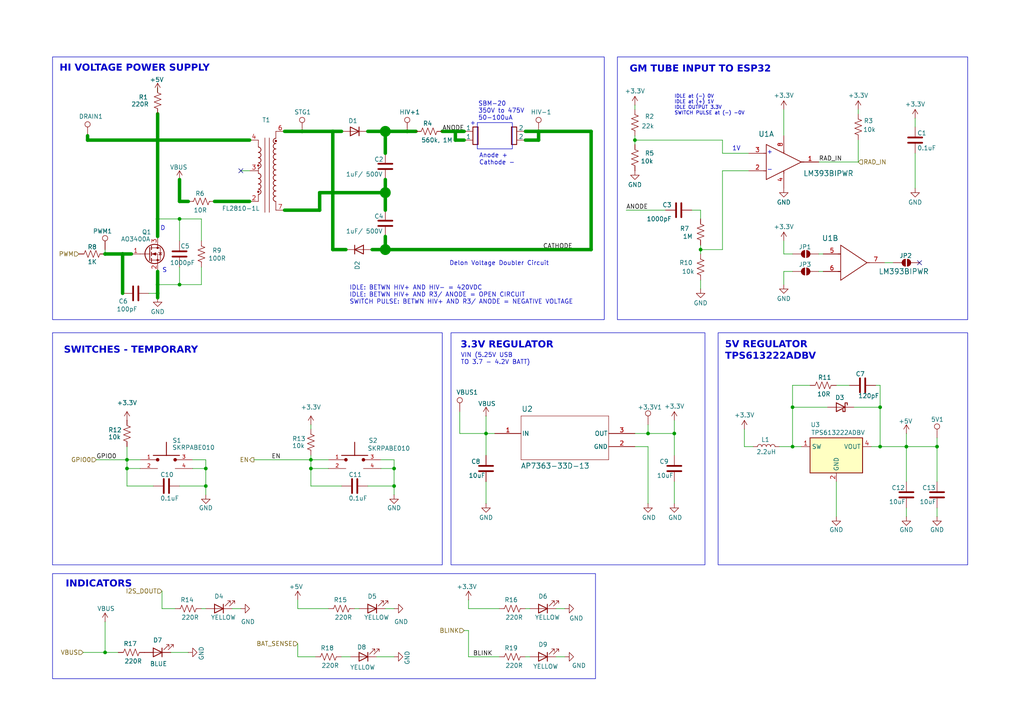
<source format=kicad_sch>
(kicad_sch (version 20250114) (generator "eeschema") (generator_version "9.0")
  (paper "A4")
  (rectangle (start 15.24 166.37) (end 172.72 196.85))
  (rectangle (start 138.43 35.56) (end 148.59 43.18))
  (rectangle (start 15.24 16.51) (end 175.26 92.71))
  (rectangle (start 208.28 96.52) (end 280.67 163.83))
  (rectangle (start 179.07 16.51) (end 280.67 92.71))
  (rectangle (start 130.81 96.52) (end 204.47 163.83))
  (rectangle (start 301.752 32.512) (end 365.252 48.768))
  (text "5V REGULATOR\nTPS613222ADBV" (at 210.312 105.156 0) (effects (font (size 2 2) (thickness 0.4064) (bold yes)) (justify left bottom)))
  (text "GM TUBE INPUT TO ESP32" (at 182.626 21.844 0) (effects (font (size 2 2) (thickness 0.4064) (bold yes)) (justify left bottom)))
  (text "INDICATORS" (at 19.05 171.196 0) (effects (font (size 2 2) (thickness 0.4064) (bold yes)) (justify left bottom)))
  (text "-" (at 223.266 49.276 0) (effects (font (size 1.27 1.27))))
  (text "+" (at 137.16 35.814 0) (effects (font (size 1.27 1.27))))
  (text "HI VOLTAGE POWER SUPPLY" (at 17.272 21.59 0) (effects (font (size 2 2) (thickness 0.4064) (bold yes)) (justify left bottom)))
  (text "If the voltage at the inverting terminal (-) is \ngreater than the voltage at the noninverting terminal (+), \nthen the output of the op amp will be drawn down to ground, \nallowing electricity to flow from VCC to ground, turning on the output device. \n\nIf the voltage at the inverting terminal (-) is less than at the noninverting terminal (+), \nthen the output of the op amp stays at VCC allowing no electricity to flow, \nsince there is no electric potential difference across the output device.\n\n" (at 302.768 20.574 0) (effects (font (size 1.27 1.27)) (justify left)))
  (text "S" (at 47.752 78.486 0) (effects (font (size 1.27 1.27))))
  (text "Delon Voltage Doubler Circuit" (at 144.78 76.454 0) (effects (font (size 1.27 1.27))))
  (text "From SBM-20 datasheet\n-Typical current per pulse: ~100 µA.\n-Plateau slope: ~0.1% per volt (small deviations mean the \nresistor can adjust the voltage across the tube effectively).\n-Power Dissipation: The resistor must handle the continuous\ncurrent and occasional pulses:\nP=I^2⋅R\n" (at 303.53 40.64 0) (effects (font (size 1.27 1.27)) (justify left)))
  (text "1V" (at 212.344 43.18 0) (effects (font (size 1.27 1.27)) (justify left)))
  (text "VIN (5.25V USB \nTO 3.7 - 4.2V BATT)" (at 133.604 104.14 0) (effects (font (size 1.27 1.27)) (justify left)))
  (text "3.3V REGULATOR" (at 133.604 101.854 0) (effects (font (size 2 2) (thickness 0.4064) (bold yes)) (justify left bottom)))
  (text "SWITCHES - TEMPORARY" (at 18.542 103.378 0) (effects (font (size 2 2) (thickness 1.016) (bold yes)) (justify left bottom)))
  (text "Anode +\nCathode -" (at 138.938 46.228 0) (effects (font (size 1.27 1.27)) (justify left)))
  (text "SBM-20\n350V to 475V\n50-100uA" (at 138.684 32.258 0) (effects (font (size 1.27 1.27)) (justify left)))
  (text "IDLE at (-) 0V\nIDLE at (+) 1V\nIDLE OUTPUT 3.3V\nSWITCH PULSE at (-) -0V" (at 195.58 30.48 0) (effects (font (size 1 1)) (justify left)))
  (text "IDLE: BETWN HIV+ AND HIV- = 420VDC\nIDLE: BETWN HIV+ AND R3/ ANODE = OPEN CIRCUIT\nSWITCH PULSE: BETWN HIV+ AND R3/ ANODE = NEGATIVE VOLTAGE " (at 101.346 85.598 0) (effects (font (size 1.27 1.27)) (justify left)))
  (text "+" (at 223.266 44.196 0) (effects (font (size 1.27 1.27))))
  (text "D" (at 47.244 66.294 0) (effects (font (size 1.27 1.27))))
  (junction (at 45.72 40.64) (diameter 1))
  (junction (at 59.69 140.97))
  (junction (at 36.83 135.89))
  (junction (at 156.21 38.1))
  (junction (at 229.87 129.54))
  (junction (at 30.48 73.66))
  (junction (at 90.17 135.89))
  (junction (at 30.48 189.23))
  (junction (at 114.3 140.97))
  (junction (at 271.78 129.54))
  (junction (at 118.11 38.1))
  (junction (at 45.72 85.09))
  (junction (at 262.89 129.54))
  (junction (at 140.97 125.73))
  (junction (at 255.27 118.11))
  (junction (at 203.2 72.39))
  (junction (at 111.76 55.88) (diameter 3))
  (junction (at 35.56 73.66))
  (junction (at 45.72 82.55))
  (junction (at 52.07 82.55))
  (junction (at 36.83 133.35))
  (junction (at 132.08 38.1))
  (junction (at 111.76 72.39) (diameter 3))
  (junction (at 187.96 125.73))
  (junction (at 87.63 38.1))
  (junction (at 229.87 118.11))
  (junction (at 90.17 133.35))
  (junction (at 45.72 63.5))
  (junction (at 195.58 125.73))
  (junction (at 114.3 135.89))
  (junction (at 111.76 38.1) (diameter 3))
  (junction (at 59.69 135.89))
  (junction (at 96.52 38.1))
  (junction (at 255.27 129.54))
  (junction (at 52.07 63.5))
  (junction (at 184.15 40.64))
  (no_connect (at 69.85 49.53))
  (no_connect (at 266.7 76.2))
  (wire (pts (xy 161.29 176.53) (xy 163.83 176.53)))
  (wire (pts (xy 86.36 190.5) (xy 91.44 190.5)))
  (wire (pts (xy 52.07 52.07) (xy 52.07 58.42)) (stroke (width 1)))
  (wire (pts (xy 58.42 63.5) (xy 58.42 69.85)))
  (wire (pts (xy 69.85 49.53) (xy 72.39 49.53)))
  (wire (pts (xy 36.83 133.35) (xy 36.83 135.89)))
  (polyline (pts (xy 15.24 96.52) (xy 128.27 96.52)))
  (wire (pts (xy 45.72 25.4) (xy 45.72 26.67)))
  (wire (pts (xy 237.49 46.99) (xy 248.92 46.99)))
  (wire (pts (xy 30.48 72.39) (xy 30.48 73.66)))
  (wire (pts (xy 184.15 30.48) (xy 184.15 31.75)))
  (wire (pts (xy 55.88 135.89) (xy 59.69 135.89)))
  (wire (pts (xy 96.52 38.1) (xy 96.52 72.39)) (stroke (width 1)))
  (wire (pts (xy 184.15 125.73) (xy 187.96 125.73)))
  (wire (pts (xy 152.4 40.64) (xy 156.21 40.64)) (stroke (width 1)))
  (wire (pts (xy 36.83 135.89) (xy 36.83 140.97)))
  (wire (pts (xy 152.4 176.53) (xy 153.67 176.53)))
  (wire (pts (xy 86.36 186.69) (xy 86.36 190.5)))
  (wire (pts (xy 184.15 39.37) (xy 184.15 40.64)))
  (wire (pts (xy 52.07 82.55) (xy 45.72 82.55)))
  (wire (pts (xy 111.76 68.58) (xy 111.76 72.39)) (stroke (width 1)))
  (wire (pts (xy 255.27 129.54) (xy 262.89 129.54)))
  (wire (pts (xy 52.07 63.5) (xy 45.72 63.5)))
  (wire (pts (xy 227.33 78.74) (xy 227.33 82.55)))
  (wire (pts (xy 114.3 133.35) (xy 110.49 133.35)))
  (wire (pts (xy 52.07 77.47) (xy 52.07 82.55)))
  (wire (pts (xy 114.3 135.89) (xy 114.3 140.97)))
  (wire (pts (xy 90.17 133.35) (xy 90.17 135.89)))
  (wire (pts (xy 86.36 173.99) (xy 86.36 176.53)))
  (wire (pts (xy 45.72 85.09) (xy 45.72 82.55)))
  (wire (pts (xy 111.76 55.88) (xy 111.76 60.96)) (stroke (width 1)))
  (wire (pts (xy 92.71 55.88) (xy 111.76 55.88)) (stroke (width 1)))
  (wire (pts (xy 59.69 135.89) (xy 59.69 140.97)))
  (wire (pts (xy 248.92 40.64) (xy 248.92 46.99)))
  (wire (pts (xy 254 111.76) (xy 255.27 111.76)))
  (wire (pts (xy 140.97 120.65) (xy 140.97 125.73)))
  (wire (pts (xy 59.69 140.97) (xy 59.69 143.51)))
  (wire (pts (xy 24.13 189.23) (xy 30.48 189.23)))
  (wire (pts (xy 36.83 129.54) (xy 36.83 133.35)))
  (wire (pts (xy 90.17 132.08) (xy 90.17 133.35)))
  (wire (pts (xy 46.99 171.45) (xy 46.99 176.53)))
  (wire (pts (xy 247.65 118.11) (xy 255.27 118.11)))
  (wire (pts (xy 111.76 44.45) (xy 111.76 38.1)) (stroke (width 1)))
  (wire (pts (xy 111.76 38.1) (xy 118.11 38.1)) (stroke (width 1)))
  (wire (pts (xy 46.99 176.53) (xy 50.8 176.53)))
  (wire (pts (xy 265.43 34.29) (xy 265.43 36.83)))
  (wire (pts (xy 128.27 38.1) (xy 132.08 38.1)) (stroke (width 1)))
  (wire (pts (xy 43.18 85.09) (xy 45.72 85.09)))
  (wire (pts (xy 45.72 33.02) (xy 45.72 40.64)) (stroke (width 1)))
  (wire (pts (xy 135.89 176.53) (xy 144.78 176.53)))
  (wire (pts (xy 242.57 111.76) (xy 246.38 111.76)))
  (wire (pts (xy 237.49 78.74) (xy 238.76 78.74)))
  (wire (pts (xy 90.17 140.97) (xy 90.17 135.89)))
  (wire (pts (xy 25.4 40.64) (xy 45.72 40.64)) (stroke (width 1)))
  (wire (pts (xy 262.89 129.54) (xy 271.78 129.54)))
  (wire (pts (xy 96.52 38.1) (xy 99.06 38.1)) (stroke (width 1)))
  (wire (pts (xy 132.08 40.64) (xy 132.08 38.1)) (stroke (width 1)))
  (wire (pts (xy 203.2 81.28) (xy 203.2 83.82)))
  (wire (pts (xy 209.55 44.45) (xy 217.17 44.45)))
  (wire (pts (xy 140.97 125.73) (xy 133.35 125.73)))
  (wire (pts (xy 262.89 129.54) (xy 262.89 125.73)))
  (wire (pts (xy 134.62 40.64) (xy 132.08 40.64)) (stroke (width 1)))
  (wire (pts (xy 106.68 140.97) (xy 114.3 140.97)))
  (wire (pts (xy 195.58 125.73) (xy 195.58 132.08)))
  (wire (pts (xy 52.07 63.5) (xy 58.42 63.5)))
  (wire (pts (xy 90.17 135.89) (xy 95.25 135.89)))
  (wire (pts (xy 209.55 40.64) (xy 209.55 44.45)))
  (wire (pts (xy 87.63 38.1) (xy 96.52 38.1)) (stroke (width 1)))
  (wire (pts (xy 82.55 38.1) (xy 87.63 38.1)) (stroke (width 1)))
  (wire (pts (xy 217.17 49.53) (xy 209.55 49.53)))
  (wire (pts (xy 132.08 38.1) (xy 134.62 38.1)) (stroke (width 1)))
  (wire (pts (xy 200.66 60.96) (xy 203.2 60.96)))
  (wire (pts (xy 55.88 133.35) (xy 59.69 133.35)))
  (polyline (pts (xy 128.27 163.83) (xy 128.27 96.52)))
  (wire (pts (xy 187.96 123.19) (xy 187.96 125.73)))
  (wire (pts (xy 187.96 125.73) (xy 195.58 125.73)))
  (wire (pts (xy 140.97 125.73) (xy 140.97 132.08)))
  (polyline (pts (xy 15.24 96.52) (xy 15.24 163.83)))
  (wire (pts (xy 252.73 129.54) (xy 255.27 129.54)))
  (wire (pts (xy 67.31 176.53) (xy 69.85 176.53)))
  (wire (pts (xy 36.83 133.35) (xy 40.64 133.35)))
  (wire (pts (xy 229.87 111.76) (xy 229.87 118.11)))
  (wire (pts (xy 229.87 118.11) (xy 240.03 118.11)))
  (wire (pts (xy 209.55 49.53) (xy 209.55 72.39)))
  (wire (pts (xy 203.2 60.96) (xy 203.2 63.5)))
  (wire (pts (xy 255.27 118.11) (xy 255.27 129.54)))
  (wire (pts (xy 35.56 85.09) (xy 35.56 73.66)) (stroke (width 1)))
  (wire (pts (xy 237.49 73.66) (xy 238.76 73.66)))
  (wire (pts (xy 45.72 78.74) (xy 45.72 82.55)) (stroke (width 1)))
  (wire (pts (xy 92.71 60.96) (xy 82.55 60.96)) (stroke (width 1)))
  (wire (pts (xy 227.33 73.66) (xy 227.33 69.85)))
  (wire (pts (xy 209.55 72.39) (xy 203.2 72.39)))
  (wire (pts (xy 195.58 121.92) (xy 195.58 125.73)))
  (wire (pts (xy 36.83 140.97) (xy 44.45 140.97)))
  (wire (pts (xy 110.49 135.89) (xy 114.3 135.89)))
  (wire (pts (xy 45.72 63.5) (xy 45.72 68.58)) (stroke (width 1)))
  (wire (pts (xy 49.53 189.23) (xy 54.61 189.23)))
  (wire (pts (xy 248.92 31.75) (xy 248.92 33.02)))
  (wire (pts (xy 187.96 129.54) (xy 187.96 146.05)))
  (wire (pts (xy 99.06 140.97) (xy 90.17 140.97)))
  (wire (pts (xy 203.2 72.39) (xy 203.2 73.66)))
  (wire (pts (xy 271.78 127) (xy 271.78 129.54)))
  (wire (pts (xy 171.45 38.1) (xy 171.45 72.39)) (stroke (width 1)))
  (wire (pts (xy 135.89 182.88) (xy 134.62 182.88)))
  (wire (pts (xy 184.15 40.64) (xy 184.15 41.91)))
  (wire (pts (xy 135.89 190.5) (xy 144.78 190.5)))
  (wire (pts (xy 156.21 40.64) (xy 156.21 38.1)) (stroke (width 1)))
  (wire (pts (xy 30.48 189.23) (xy 34.29 189.23)))
  (wire (pts (xy 25.4 40.64) (xy 25.4 39.37)) (stroke (width 1)))
  (wire (pts (xy 52.07 140.97) (xy 59.69 140.97)))
  (wire (pts (xy 100.33 72.39) (xy 96.52 72.39)) (stroke (width 1)))
  (wire (pts (xy 36.83 135.89) (xy 40.64 135.89)))
  (wire (pts (xy 227.33 78.74) (xy 229.87 78.74)))
  (wire (pts (xy 152.4 190.5) (xy 153.67 190.5)))
  (wire (pts (xy 114.3 140.97) (xy 114.3 143.51)))
  (wire (pts (xy 106.68 38.1) (xy 111.76 38.1)) (stroke (width 1)))
  (wire (pts (xy 30.48 180.34) (xy 30.48 189.23)))
  (wire (pts (xy 135.89 173.99) (xy 135.89 176.53)))
  (wire (pts (xy 27.94 133.35) (xy 36.83 133.35)))
  (wire (pts (xy 262.89 129.54) (xy 262.89 139.7)))
  (wire (pts (xy 135.89 182.88) (xy 135.89 190.5)))
  (wire (pts (xy 58.42 176.53) (xy 59.69 176.53)))
  (wire (pts (xy 58.42 82.55) (xy 52.07 82.55)))
  (wire (pts (xy 140.97 125.73) (xy 143.51 125.73)))
  (wire (pts (xy 59.69 133.35) (xy 59.69 135.89)))
  (wire (pts (xy 45.72 82.55) (xy 45.72 85.09)) (stroke (width 1)))
  (wire (pts (xy 111.76 72.39) (xy 107.95 72.39)) (stroke (width 1)))
  (wire (pts (xy 45.72 40.64) (xy 45.72 63.5)) (stroke (width 1)))
  (wire (pts (xy 102.87 176.53) (xy 104.14 176.53)))
  (wire (pts (xy 58.42 77.47) (xy 58.42 82.55)))
  (wire (pts (xy 242.57 139.7) (xy 242.57 149.86)))
  (wire (pts (xy 203.2 71.12) (xy 203.2 72.39)))
  (wire (pts (xy 118.11 38.1) (xy 120.65 38.1)) (stroke (width 1)))
  (wire (pts (xy 229.87 118.11) (xy 229.87 129.54)))
  (wire (pts (xy 215.9 124.46) (xy 215.9 129.54)))
  (wire (pts (xy 156.21 38.1) (xy 171.45 38.1)) (stroke (width 1)))
  (wire (pts (xy 62.23 58.42) (xy 72.39 58.42)) (stroke (width 1)))
  (wire (pts (xy 255.27 111.76) (xy 255.27 118.11)))
  (wire (pts (xy 140.97 139.7) (xy 140.97 146.05)))
  (wire (pts (xy 114.3 135.89) (xy 114.3 133.35)))
  (wire (pts (xy 111.76 72.39) (xy 171.45 72.39)) (stroke (width 1)))
  (wire (pts (xy 184.15 129.54) (xy 187.96 129.54)))
  (wire (pts (xy 90.17 123.19) (xy 90.17 124.46)))
  (wire (pts (xy 271.78 129.54) (xy 271.78 139.7)))
  (wire (pts (xy 111.76 176.53) (xy 114.3 176.53)))
  (wire (pts (xy 229.87 129.54) (xy 232.41 129.54)))
  (wire (pts (xy 262.89 147.32) (xy 262.89 149.86)))
  (wire (pts (xy 195.58 139.7) (xy 195.58 146.05)))
  (wire (pts (xy 99.06 190.5) (xy 101.6 190.5)))
  (wire (pts (xy 86.36 176.53) (xy 95.25 176.53)))
  (wire (pts (xy 256.54 76.2) (xy 259.08 76.2)))
  (wire (pts (xy 111.76 52.07) (xy 111.76 55.88)) (stroke (width 1)))
  (wire (pts (xy 229.87 111.76) (xy 234.95 111.76)))
  (wire (pts (xy 271.78 147.32) (xy 271.78 149.86)))
  (wire (pts (xy 35.56 73.66) (xy 38.1 73.66)) (stroke (width 1)))
  (wire (pts (xy 109.22 190.5) (xy 114.3 190.5)))
  (polyline (pts (xy 15.24 163.83) (xy 128.27 163.83)))
  (wire (pts (xy 52.07 63.5) (xy 52.07 69.85)))
  (wire (pts (xy 181.61 60.96) (xy 193.04 60.96)))
  (wire (pts (xy 227.33 31.75) (xy 227.33 39.37)))
  (wire (pts (xy 226.06 129.54) (xy 229.87 129.54)))
  (wire (pts (xy 45.72 40.64) (xy 72.39 40.64)) (stroke (width 1)))
  (wire (pts (xy 184.15 40.64) (xy 209.55 40.64)))
  (wire (pts (xy 229.87 73.66) (xy 227.33 73.66)))
  (wire (pts (xy 92.71 55.88) (xy 92.71 60.96)) (stroke (width 1)))
  (wire (pts (xy 45.72 85.09) (xy 45.72 86.36)) (stroke (width 1)))
  (wire (pts (xy 133.35 125.73) (xy 133.35 119.38)))
  (wire (pts (xy 161.29 190.5) (xy 163.83 190.5)))
  (wire (pts (xy 265.43 44.45) (xy 265.43 54.61)))
  (wire (pts (xy 152.4 38.1) (xy 156.21 38.1)) (stroke (width 1)))
  (wire (pts (xy 52.07 58.42) (xy 54.61 58.42)) (stroke (width 1)))
  (wire (pts (xy 215.9 129.54) (xy 218.44 129.54)))
  (wire (pts (xy 73.66 133.35) (xy 90.17 133.35)))
  (wire (pts (xy 90.17 133.35) (xy 95.25 133.35)))
  (wire (pts (xy 30.48 73.66) (xy 35.56 73.66)) (stroke (width 1)))
  (label "ANODE" (at 128.27 38.1 0))
  (label "ANODE" (at 181.61 60.96 0))
  (label "GPIO0" (at 27.94 133.35 0))
  (label "BLINK" (at 137.16 190.5 0))
  (label "EN" (at 78.74 133.35 0))
  (label "RAD_IN" (at 237.49 46.99 0))
  (label "CATHODE" (at 157.48 72.39 0))
  (hierarchical_label "BAT_SENSE" (shape input) (at 86.36 186.69 180))
  (hierarchical_label "PWM" (shape input) (at 22.86 73.66 180))
  (hierarchical_label "GPIO0" (shape input) (at 27.94 133.35 180))
  (hierarchical_label "BLINK" (shape input) (at 134.62 182.88 180))
  (hierarchical_label "I2S_DOUT" (shape input) (at 46.99 171.45 180))
  (hierarchical_label "RAD_IN" (shape input) (at 248.92 46.99 0))
  (hierarchical_label "EN" (shape output) (at 73.66 133.35 180))
  (hierarchical_label "VBUS" (shape input) (at 24.13 189.23 180))
  (symbol (lib_id "Jumper:SolderJumper_2_Open") (at 233.68 73.66 180) (unit 1)
    (property "Reference" "JP1" (at 231.648 71.628 0) (effects (justify right)))
    (property "Value" "SolderJumper_2_Open" (effects (hide yes)))
    (property "Footprint" "Jumper:SolderJumper-2_P1.3mm_Open_RoundedPad1.0x1.5mm" (effects (hide yes)))
    (property "Description" "Solder Jumper, 2-pole, open" (effects (hide yes)))
  )
  (symbol (lib_name "C_2") (lib_id "Device:C") (at 111.76 64.77 180) (unit 1)
    (property "Reference" "C4" (at 111.252 62.738 0) (effects (justify left)))
    (property "Value" "1uF/ 500V" (at 110.998 67.056 0) (effects (justify left)))
    (property "Footprint" "Capacitor_SMD:C_2220_5750Metric" (effects (hide yes)))
    (property "Description" "Polarized capacitor" (effects (hide yes)))
    (property "MPN" "CHV2220N500105KXT" (effects (hide yes)))
  )
  (symbol (lib_name "C_3") (lib_id "Device:C") (at 39.37 85.09 90) (unit 1)
    (property "Reference" "C6" (at 37.084 87.376 90) (effects (justify left)))
    (property "Value" "100pF" (at 39.878 89.662 90) (effects (justify left)))
    (property "Footprint" "Capacitor_SMD:C_0805_2012Metric" (effects (hide yes)))
    (property "Description" "Unpolarized capacitor" (effects (hide yes)))
    (property "MPN" "C0805C101J5GACTU" (effects (hide yes)))
    (property "ALT MPN" "C0805C471K5RACTU" (effects (hide yes)))
  )
  (symbol (lib_name "LM393BIPWR_1") (lib_id "LM393BIPWR:LM393BIPWR") (at 238.76 73.66 0) (unit 2)
    (property "Reference" "U1" (at 240.792 69.088 0) (effects (font (size 1.524 1.524))))
    (property "Value" "LM393BIPWR" (at 262.128 78.74 0) (effects (font (size 1.524 1.524))))
    (property "Footprint" "LM393BIPWR:PW0008A-MFG" (effects (hide yes)))
    (property "Datasheet" "LM393BIPWR" (effects (hide yes)))
  )
  (symbol (lib_id "power:GND") (at 54.61 189.23 90) (unit 1)
    (property "Reference" "#PWR034" (effects (hide yes)))
    (property "Value" "GND" (at 58.42 187.452 0) (effects (justify right)))
  )
  (symbol (lib_id "Device:C") (at 102.87 140.97 270) (unit 1)
    (property "Reference" "C11" (at 101.092 137.668 90) (effects (justify left)))
    (property "Value" "0.1uF" (at 101.092 144.526 90) (effects (justify left)))
    (property "Footprint" "Capacitor_SMD:C_0805_2012Metric" (effects (hide yes)))
    (property "Datasheet" "https://www.digikey.com/en/products/detail/yageo/CC0805KRX7R9BB104/302874" (effects (hide yes)))
    (property "Description" "Unpolarized capacitor" (effects (hide yes)))
    (property "MPN" "CC0805KRX7R9BB104" (effects (hide yes)))
  )
  (symbol (lib_id "Device:C") (at 265.43 40.64 180) (unit 1)
    (property "Reference" "C1" (at 268.732 38.608 0) (effects (justify left)))
    (property "Value" "0.1uF" (at 271.526 42.926 0) (effects (justify left)))
    (property "Footprint" "Capacitor_SMD:C_0805_2012Metric" (effects (hide yes)))
    (property "Datasheet" "https://www.digikey.com/en/products/detail/yageo/CC0805KRX7R9BB104/302874" (effects (hide yes)))
    (property "Description" "Unpolarized capacitor" (effects (hide yes)))
    (property "MPN" "CC0805KRX7R9BB104" (effects (hide yes)))
  )
  (symbol (lib_id "Device:R_US") (at 26.67 73.66 270) (unit 1)
    (property "Reference" "R8" (at 25.4 71.628 90) (effects (justify left)))
    (property "Value" "1K" (at 25.4 75.946 90) (effects (justify left)))
    (property "Footprint" "Resistor_SMD:R_0805_2012Metric" (effects (hide yes)))
    (property "Description" "Resistor, US symbol" (effects (hide yes)))
    (property "MPN" "RNCP0805FTD1K00" (effects (hide yes)))
  )
  (symbol (lib_id "power:GND") (at 69.85 176.53 90) (unit 1)
    (property "Reference" "#PWR030" (effects (hide yes)))
    (property "Value" "GND" (at 69.85 180.34 90) (effects (justify right)))
  )
  (symbol (lib_id "power:GND") (at 187.96 146.05 0) (unit 1)
    (property "Reference" "#PWR023" (effects (hide yes)))
    (property "Value" "GND" (at 188.214 150.114 0))
  )
  (symbol (lib_id "power:+3.3V") (at 90.17 123.19 0) (unit 1)
    (property "Reference" "#PWR017" (effects (hide yes)))
    (property "Value" "+3.3V" (at 90.17 118.11 0))
    (property "Description" "Power symbol creates a global label with name \"+3.3V\"" (effects (hide yes)))
  )
  (symbol (lib_id "power:GND") (at 59.69 143.51 0) (unit 1)
    (property "Reference" "#PWR020" (effects (hide yes)))
    (property "Value" "GND" (at 59.69 147.32 0))
  )
  (symbol (lib_id "Device:R_US") (at 124.46 38.1 270) (unit 1)
    (property "Reference" "R4" (at 122.682 35.814 90) (effects (justify left)))
    (property "Value" "560k, 1M" (at 122.174 40.64 90) (effects (justify left)))
    (property "Footprint" "Resistor_SMD:R_2512_6332Metric" (effects (hide yes)))
    (property "Description" "Resistor, US symbol" (effects (hide yes)))
    (property "MPN" "CRGP2512F560K" (effects (hide yes)))
    (property "ALT MPN" "CRGP2512F1M0 " (effects (hide yes)))
  )
  (symbol (lib_id "Device:R_US") (at 58.42 58.42 270) (unit 1)
    (property "Reference" "R6" (at 56.642 56.134 90) (effects (justify left)))
    (property "Value" "10R" (at 56.134 60.96 90) (effects (justify left)))
    (property "Footprint" "Resistor_SMD:R_2512_6332Metric" (effects (hide yes)))
    (property "Description" "Resistor, US symbol" (effects (hide yes)))
    (property "MPN" "352210RJT" (effects (hide yes)))
  )
  (symbol (lib_id "Device:R_US") (at 90.17 128.27 180) (unit 1)
    (property "Reference" "R13" (at 88.646 127.254 0) (effects (justify left)))
    (property "Value" "10k" (at 88.392 129.286 0) (effects (justify left)))
    (property "Footprint" "Resistor_SMD:R_0805_2012Metric" (effects (hide yes)))
    (property "Description" "Resistor, US symbol" (effects (hide yes)))
    (property "MPN" "RMCF0805FT10K0" (effects (hide yes)))
  )
  (symbol (lib_id "Device:C") (at 195.58 135.89 0) (unit 1)
    (property "Reference" "C9" (at 191.262 133.858 0) (effects (justify left)))
    (property "Value" "10uF" (at 190.5 137.922 0) (effects (justify left)))
    (property "Footprint" "Capacitor_SMD:C_0805_2012Metric" (effects (hide yes)))
    (property "Description" "Unpolarized capacitor" (effects (hide yes)))
    (property "MPN" "CL21B106KPQNNNE" (effects (hide yes)))
  )
  (symbol (lib_id "power:+3.3V") (at 248.92 31.75 0) (unit 1)
    (property "Reference" "#PWR04" (effects (hide yes)))
    (property "Value" "+3.3V" (at 248.92 27.686 0))
    (property "Description" "Power symbol creates a global label with name \"+3.3V\"" (effects (hide yes)))
  )
  (symbol (lib_id "power:GND") (at 114.3 190.5 90) (unit 1)
    (property "Reference" "#PWR035" (effects (hide yes)))
    (property "Value" "GND" (at 118.11 188.722 0) (effects (justify right)))
  )
  (symbol (lib_id "Device:LED") (at 157.48 190.5 180) (unit 1)
    (property "Reference" "D9" (at 157.48 186.944 0))
    (property "Value" "YELLOW" (at 158.242 193.294 0))
    (property "Footprint" "LED_SMD:LED_0805_2012Metric" (effects (hide yes)))
    (property "MPN" "150080YS75000" (effects (hide yes)))
  )
  (symbol (lib_id "SKRPABE010:SKRPABE010") (at 102.87 133.35 0) (unit 1)
    (property "Reference" "S2" (at 108.204 127.762 0))
    (property "Value" "SKRPABE010" (at 112.776 130.048 0))
    (property "Footprint" "SKRPABE010:SW_SKRPABE010" (effects (hide yes)))
    (property "STANDARD" "Manufacturer Recommendations" (effects (hide yes)))
    (property "MAXIMUM_PACKAGE_HEIGHT" "2.5 mm" (effects (hide yes)))
    (property "MANUFACTURER" "Alps" (effects (hide yes)))
    (property "MPN" "SKRPABE010" (effects (hide yes)))
  )
  (symbol (lib_id "Regulator_Switching:TPS613222ADBV") (at 242.57 132.08 0) (unit 1)
    (property "Reference" "U3" (at 236.474 123.19 0))
    (property "Value" "TPS613222ADBV" (at 243.078 125.476 0))
    (property "Footprint" "Package_TO_SOT_SMD:SOT-23-5" (effects (hide yes)))
    (property "Datasheet" "http://www.ti.com/lit/ds/symlink/tps61322.pdf" (effects (hide yes)))
    (property "Description" "1.8A Step-Up Converter, 5V Output Voltage, 0.9-5.5V Input Voltage, SOT-23-5" (effects (hide yes)))
    (property "MPN" "TPS613222ADBV" (effects (hide yes)))
  )
  (symbol (lib_id "power:+3.3V") (at 215.9 124.46 0) (unit 1)
    (property "Reference" "#PWR018" (effects (hide yes)))
    (property "Value" "+3.3V" (at 215.9 120.396 0))
    (property "Description" "Power symbol creates a global label with name \"+3.3V\"" (effects (hide yes)))
  )
  (symbol (lib_id "Device:C") (at 271.78 143.51 0) (unit 1)
    (property "Reference" "C13" (at 267.462 141.478 0) (effects (justify left)))
    (property "Value" "10uF" (at 266.7 145.542 0) (effects (justify left)))
    (property "Footprint" "Capacitor_SMD:C_0805_2012Metric" (effects (hide yes)))
    (property "Description" "Unpolarized capacitor" (effects (hide yes)))
    (property "MPN" "CL21B106KPQNNNE" (effects (hide yes)))
  )
  (symbol (lib_id "power:+3.3V") (at 195.58 121.92 0) (unit 1)
    (property "Reference" "#PWR016" (effects (hide yes)))
    (property "Value" "+3.3V" (at 195.58 117.856 0))
    (property "Description" "Power symbol creates a global label with name \"+3.3V\"" (effects (hide yes)))
  )
  (symbol (lib_id "Jumper:SolderJumper_2_Open") (at 262.89 76.2 180) (unit 1)
    (property "Reference" "JP2" (at 260.858 74.168 0) (effects (justify right)))
    (property "Value" "SolderJumper_2_Open" (effects (hide yes)))
    (property "Footprint" "Jumper:SolderJumper-2_P1.3mm_Open_RoundedPad1.0x1.5mm" (effects (hide yes)))
    (property "Description" "Solder Jumper, 2-pole, open" (effects (hide yes)))
  )
  (symbol (lib_id "Device:R_US") (at 45.72 29.21 180) (unit 1)
    (property "Reference" "R1" (at 42.926 28.194 0) (effects (justify left)))
    (property "Value" "220R" (at 43.18 30.226 0) (effects (justify left)))
    (property "Footprint" "Resistor_SMD:R_0805_2012Metric" (effects (hide yes)))
    (property "Description" "Resistor, US symbol" (effects (hide yes)))
    (property "MPN" "RK73B2ATTD221J" (effects (hide yes)))
  )
  (symbol (lib_id "Connector:TestPoint") (at 118.11 38.1 0) (unit 1)
    (property "Reference" "HIV+1" (at 115.824 32.512 0) (effects (justify left)))
    (property "Value" "TestPoint" (effects (hide yes)))
    (property "Footprint" "Connector_Pin:Pin_D1.0mm_L10.0mm" (effects (hide yes)))
    (property "Description" "test point" (effects (hide yes)))
  )
  (symbol (lib_id "Connector:TestPoint") (at 30.48 72.39 0) (unit 1)
    (property "Reference" "PWM1" (at 26.924 67.056 0) (effects (justify left)))
    (property "Value" "TestPoint" (effects (hide yes)))
    (property "Footprint" "Connector_Pin:Pin_D1.0mm_L10.0mm" (effects (hide yes)))
    (property "Description" "test point" (effects (hide yes)))
  )
  (symbol (lib_id "Device:C") (at 250.19 111.76 270) (unit 1)
    (property "Reference" "C7" (at 248.158 108.458 90) (effects (justify left)))
    (property "Value" "120pF" (at 248.92 114.808 90) (effects (justify left)))
    (property "Footprint" "Capacitor_SMD:C_0805_2012Metric" (effects (hide yes)))
    (property "Description" "Unpolarized capacitor" (effects (hide yes)))
    (property "MPN" "C0805C121J5GACTU" (effects (hide yes)))
  )
  (symbol (lib_id "Connector:TestPoint") (at 187.96 123.19 0) (unit 1)
    (property "Reference" "+3.3V1" (at 184.912 118.11 0) (effects (justify left)))
    (property "Value" "TestPoint" (effects (hide yes)))
    (property "Footprint" "Connector_Pin:Pin_D1.0mm_L10.0mm" (effects (hide yes)))
    (property "Description" "test point" (effects (hide yes)))
  )
  (symbol (lib_id "power:+3.3V") (at 184.15 30.48 0) (unit 1)
    (property "Reference" "#PWR02" (effects (hide yes)))
    (property "Value" "+3.3V" (at 184.15 26.416 0))
    (property "Description" "Power symbol creates a global label with name \"+3.3V\"" (effects (hide yes)))
  )
  (symbol (lib_id "power:GND") (at 242.57 149.86 0) (unit 1)
    (property "Reference" "#PWR025" (effects (hide yes)))
    (property "Value" "GND" (at 242.57 153.67 0))
  )
  (symbol (lib_id "Device:R_US") (at 203.2 67.31 180) (unit 1)
    (property "Reference" "R7" (at 199.898 66.294 0) (effects (justify left)))
    (property "Value" "1M" (at 200.914 68.58 0) (effects (justify left)))
    (property "Footprint" "Resistor_SMD:R_1210_3225Metric" (effects (hide yes)))
    (property "Description" "Resistor, US symbol" (effects (hide yes)))
    (property "MPN" "RC1210FR-071ML" (effects (hide yes)))
  )
  (symbol (lib_id "power:GND") (at 265.43 54.61 0) (unit 1)
    (property "Reference" "#PWR09" (effects (hide yes)))
    (property "Value" "GND" (at 265.43 58.674 0))
    (property "Description" "Power symbol creates a global label with name \"GND\" , ground" (effects (hide yes)))
  )
  (symbol (lib_id "Device:D") (at 102.87 38.1 180) (unit 1)
    (property "Reference" "D1" (at 102.362 35.052 0))
    (property "Value" "ES1H" (effects (hide yes)))
    (property "Footprint" "ES1H:DIOM4226X244N" (effects (hide yes)))
    (property "Description" "Diode" (effects (hide yes)))
    (property "MPN" "ES1H" (effects (hide yes)))
  )
  (symbol (lib_id "power:+5V") (at 30.48 180.34 0) (unit 1)
    (property "Reference" "#PWR033" (effects (hide yes)))
    (property "Value" "VBUS" (at 30.734 176.53 0))
  )
  (symbol (lib_id "Device:C") (at 262.89 143.51 0) (unit 1)
    (property "Reference" "C12" (at 258.572 141.478 0) (effects (justify left)))
    (property "Value" "10uF" (at 257.81 145.542 0) (effects (justify left)))
    (property "Footprint" "Capacitor_SMD:C_0805_2012Metric" (effects (hide yes)))
    (property "Description" "Unpolarized capacitor" (effects (hide yes)))
    (property "MPN" "CL21B106KPQNNNE" (effects (hide yes)))
  )
  (symbol (lib_id "Device:R_US") (at 99.06 176.53 270) (unit 1)
    (property "Reference" "R15" (at 96.774 173.99 90) (effects (justify left)))
    (property "Value" "220R" (at 97.028 179.07 90) (effects (justify left)))
    (property "Footprint" "Resistor_SMD:R_0805_2012Metric" (effects (hide yes)))
    (property "MPN" "RK73B2ATTD221J" (effects (hide yes)))
  )
  (symbol (lib_id "power:GND") (at 163.83 190.5 90) (unit 1)
    (property "Reference" "#PWR036" (effects (hide yes)))
    (property "Value" "GND" (at 165.862 193.04 90) (effects (justify right)))
  )
  (symbol (lib_id "Transformer:FL2810-1L_Coilcraft") (at 77.47 49.53 0) (unit 1)
    (property "Reference" "T1" (at 77.216 34.798 0))
    (property "Value" "FL2810-1L" (at 69.85 60.452 0))
    (property "Footprint" "Transformer_SMD:Transformer_Coilcraft_FL2810-1L" (effects (hide yes)))
    (property "Datasheet" "https://componentsearchengine.com/Datasheets/1/54100C.pdf" (effects (hide yes)))
    (property "Description" "Step-up SMD 1:1:100 Coilcraft, 1:1:100" (effects (hide yes)))
    (property "Height" "8.45" (effects (hide yes)))
    (property "Coilcraft" "FL2810-1L" (effects (hide yes)))
    (property "Coilcraft price" "5.43" (effects (hide yes)))
    (property "MPN" "FL2810-1L" (effects (hide yes)))
    (property "Manufacturer_Part_Number" "54100C" (effects (hide yes)))
    (property "Mouser Part Number" "580-54100C" (effects (hide yes)))
    (property "Mouser Price/Stock" "https://www.mouser.com/Search/Refine.aspx?Keyword=580-54100C" (effects (hide yes)))
    (property "Manufacturer_Name" "Murata Electronics" (effects (hide yes)))
  )
  (symbol (lib_id "Device:D") (at 104.14 72.39 0) (unit 1)
    (property "Reference" "D2" (at 103.632 76.962 90))
    (property "Value" "ES1H" (effects (hide yes)))
    (property "Footprint" "ES1H:DIOM4226X244N" (effects (hide yes)))
    (property "Description" "Diode" (effects (hide yes)))
    (property "MPN" "ES1H" (effects (hide yes)))
  )
  (symbol (lib_id "Device:C") (at 140.97 135.89 0) (unit 1)
    (property "Reference" "C8" (at 136.652 133.858 0) (effects (justify left)))
    (property "Value" "10uF" (at 135.89 137.922 0) (effects (justify left)))
    (property "Footprint" "Capacitor_SMD:C_0805_2012Metric" (effects (hide yes)))
    (property "Description" "Unpolarized capacitor" (effects (hide yes)))
    (property "MPN" "CL21B106KPQNNNE" (effects (hide yes)))
  )
  (symbol (lib_id "Device:L") (at 222.25 129.54 90) (unit 1)
    (property "Reference" "L1" (at 221.996 127.508 90))
    (property "Value" "2.2uH" (at 222.25 131.064 90))
    (property "Footprint" "Inductor_SMD:L_1008_2520Metric" (effects (hide yes)))
    (property "Description" "Inductor" (effects (hide yes)))
    (property "MPN" "DFE252012F-2R2M=P2" (effects (hide yes)))
  )
  (symbol (lib_id "Device:C") (at 48.26 140.97 270) (unit 1)
    (property "Reference" "C10" (at 46.482 137.668 90) (effects (justify left)))
    (property "Value" "0.1uF" (at 46.482 144.526 90) (effects (justify left)))
    (property "Footprint" "Capacitor_SMD:C_0805_2012Metric" (effects (hide yes)))
    (property "Datasheet" "https://www.digikey.com/en/products/detail/yageo/CC0805KRX7R9BB104/302874" (effects (hide yes)))
    (property "Description" "Unpolarized capacitor" (effects (hide yes)))
    (property "MPN" "CC0805KRX7R9BB104" (effects (hide yes)))
  )
  (symbol (lib_id "power:+3.3V") (at 227.33 69.85 0) (unit 1)
    (property "Reference" "#PWR010" (effects (hide yes)))
    (property "Value" "+3.3V" (at 227.33 65.786 0))
    (property "Description" "Power symbol creates a global label with name \"+3.3V\"" (effects (hide yes)))
  )
  (symbol (lib_id "Connector:TestPoint") (at 156.21 38.1 0) (unit 1)
    (property "Reference" "HIV-1" (at 153.924 32.512 0) (effects (justify left)))
    (property "Value" "TestPoint" (effects (hide yes)))
    (property "Footprint" "Connector_Pin:Pin_D1.0mm_L10.0mm" (effects (hide yes)))
    (property "Description" "test point" (effects (hide yes)))
  )
  (symbol (lib_id "power:+3.3V") (at 265.43 34.29 0) (unit 1)
    (property "Reference" "#PWR05" (effects (hide yes)))
    (property "Value" "+3.3V" (at 265.43 30.226 0))
    (property "Description" "Power symbol creates a global label with name \"+3.3V\"" (effects (hide yes)))
  )
  (symbol (lib_id "power:+5V") (at 262.89 125.73 0) (unit 1)
    (property "Reference" "#PWR019" (effects (hide yes)))
    (property "Value" "+5V" (at 262.636 122.174 0))
    (property "Description" "Power symbol creates a global label with name \"+5V\"" (effects (hide yes)))
  )
  (symbol (lib_id "Jumper:SolderJumper_2_Open") (at 233.68 78.74 180) (unit 1)
    (property "Reference" "JP3" (at 231.648 76.708 0) (effects (justify right)))
    (property "Value" "SolderJumper_2_Open" (effects (hide yes)))
    (property "Footprint" "Jumper:SolderJumper-2_P1.3mm_Open_RoundedPad1.0x1.5mm" (effects (hide yes)))
    (property "Description" "Solder Jumper, 2-pole, open" (effects (hide yes)))
  )
  (symbol (lib_id "power:+3.3V") (at 135.89 173.99 0) (unit 1)
    (property "Reference" "#PWR029" (effects (hide yes)))
    (property "Value" "+3.3V" (at 135.382 170.18 0))
    (property "Description" "Power symbol creates a global label with name \"+3.3V\"" (effects (hide yes)))
  )
  (symbol (lib_id "Device:LED") (at 157.48 176.53 180) (unit 1)
    (property "Reference" "D6" (at 157.48 172.974 0))
    (property "Value" "YELLOW" (at 158.75 179.07 0))
    (property "Footprint" "LED_SMD:LED_0805_2012Metric" (effects (hide yes)))
    (property "MPN" "150080YS75000" (effects (hide yes)))
  )
  (symbol (lib_id "power:GND") (at 114.3 143.51 0) (unit 1)
    (property "Reference" "#PWR021" (effects (hide yes)))
    (property "Value" "GND" (at 114.3 147.32 0))
  )
  (symbol (lib_id "SKRPABE010:SKRPABE010") (at 48.26 133.35 0) (unit 1)
    (property "Reference" "S1" (at 51.308 127.762 0))
    (property "Value" "SKRPABE010" (at 56.134 129.794 0))
    (property "Footprint" "SKRPABE010:SW_SKRPABE010" (effects (hide yes)))
    (property "MANUFACTURER" "Alps" (effects (hide yes)))
    (property "MPN" "SKRPABE010" (effects (hide yes)))
  )
  (symbol (lib_id "Device:D_Schottky") (at 243.84 118.11 0) (mirror y) (unit 1)
    (property "Reference" "D3" (at 243.586 115.316 0))
    (property "Value" "D_Schottky" (effects (hide yes)))
    (property "Footprint" "Diode_SMD:D_SOD-323" (effects (hide yes)))
    (property "Description" "DIODE SCHOTTKY 10V 100MA USC" (effects (hide yes)))
    (property "MPN" "1SS367,H3F" (effects (hide yes)))
  )
  (symbol (lib_id "Device:R_US") (at 203.2 77.47 180) (unit 1)
    (property "Reference" "R10" (at 200.914 76.2 0) (effects (justify left)))
    (property "Value" "10k" (at 201.422 78.74 0) (effects (justify left)))
    (property "Footprint" "Resistor_SMD:R_0805_2012Metric" (effects (hide yes)))
    (property "Description" "Resistor, US symbol" (effects (hide yes)))
    (property "MPN" "RMCF0805FT10K0" (effects (hide yes)))
  )
  (symbol (lib_name "LED_2") (lib_id "Device:LED") (at 107.95 176.53 180) (unit 1)
    (property "Reference" "D5" (at 107.95 172.974 0))
    (property "Value" "YELLOW" (at 109.22 179.07 0))
    (property "Footprint" "LED_SMD:LED_0805_2012Metric" (effects (hide yes)))
    (property "MPN" "150080YS75000" (effects (hide yes)))
  )
  (symbol (lib_id "power:+3.3V") (at 36.83 121.92 0) (unit 1)
    (property "Reference" "#PWR015" (effects (hide yes)))
    (property "Value" "+3.3V" (at 36.83 116.84 0))
    (property "Description" "Power symbol creates a global label with name \"+3.3V\"" (effects (hide yes)))
  )
  (symbol (lib_id "power:GND") (at 163.83 176.53 90) (unit 1)
    (property "Reference" "#PWR032" (effects (hide yes)))
    (property "Value" "GND" (at 165.1 179.324 90) (effects (justify right)))
  )
  (symbol (lib_id "Device:R_US") (at 184.15 35.56 180) (unit 1)
    (property "Reference" "R2" (at 189.738 33.782 0) (effects (justify left)))
    (property "Value" "22k" (at 189.738 36.576 0) (effects (justify left)))
    (property "Footprint" "Resistor_SMD:R_0805_2012Metric" (effects (hide yes)))
    (property "Description" "Resistor, US symbol" (effects (hide yes)))
    (property "MPN" "RMCF0805JT22K0" (effects (hide yes)))
  )
  (symbol (lib_id "Connector:TestPoint") (at 133.35 119.38 0) (unit 1)
    (property "Reference" "VBUS1" (at 132.334 113.792 0) (effects (justify left)))
    (property "Value" "TestPoint" (effects (hide yes)))
    (property "Footprint" "Connector_Pin:Pin_D1.0mm_L10.0mm" (effects (hide yes)))
    (property "Description" "test point" (effects (hide yes)))
  )
  (symbol (lib_id "Connector:TestPoint") (at 271.78 127 0) (unit 1)
    (property "Reference" "5V1" (at 270.002 121.666 0) (effects (justify left)))
    (property "Value" "TestPoint" (effects (hide yes)))
    (property "Footprint" "Connector_Pin:Pin_D1.0mm_L10.0mm" (effects (hide yes)))
    (property "Description" "test point" (effects (hide yes)))
  )
  (symbol (lib_id "power:+3.3V") (at 227.33 31.75 0) (unit 1)
    (property "Reference" "#PWR03" (effects (hide yes)))
    (property "Value" "+3.3V" (at 227.33 27.686 0))
    (property "Description" "Power symbol creates a global label with name \"+3.3V\"" (effects (hide yes)))
  )
  (symbol (lib_id "Device:R_US") (at 238.76 111.76 270) (unit 1)
    (property "Reference" "R11" (at 237.236 109.474 90) (effects (justify left)))
    (property "Value" "10R" (at 236.982 114.3 90) (effects (justify left)))
    (property "Footprint" "Resistor_SMD:R_0805_2012Metric" (effects (hide yes)))
    (property "Description" "Resistor, US symbol" (effects (hide yes)))
    (property "MPN" "RMCF0603FT10R0" (effects (hide yes)))
  )
  (symbol (lib_id "power:GND") (at 203.2 83.82 0) (unit 1)
    (property "Reference" "#PWR012" (effects (hide yes)))
    (property "Value" "GND" (at 203.2 87.884 0))
    (property "Description" "Power symbol creates a global label with name \"GND\" , ground" (effects (hide yes)))
  )
  (symbol (lib_name "C_6") (lib_id "Device:C") (at 196.85 60.96 90) (unit 1)
    (property "Reference" "C3" (at 194.818 59.436 90) (effects (justify left)))
    (property "Value" "1000pF" (at 194.818 63.5 90) (effects (justify left)))
    (property "Footprint" "Capacitor_SMD:C_0805_2012Metric" (effects (hide yes)))
    (property "Description" "Unpolarized capacitor" (effects (hide yes)))
    (property "MPN" "C2012C0G2W102J060AA" (effects (hide yes)))
  )
  (symbol (lib_id "power:+5V") (at 45.72 26.67 0) (unit 1)
    (property "Reference" "#PWR01" (effects (hide yes)))
    (property "Value" "+5V" (at 45.466 23.114 0))
    (property "Description" "Power symbol creates a global label with name \"+5V\"" (effects (hide yes)))
  )
  (symbol (lib_id "Device:R_US") (at 58.42 73.66 180) (unit 1)
    (property "Reference" "R9" (at 64.262 72.644 0) (effects (justify left)))
    (property "Value" "100R" (at 65.532 74.93 0) (effects (justify left)))
    (property "Footprint" "Resistor_SMD:R_0805_2012Metric" (effects (hide yes)))
    (property "Description" "Resistor, US symbol" (effects (hide yes)))
    (property "MPN" "ERJ-P06J101V" (effects (hide yes)))
  )
  (symbol (lib_name "LED_3") (lib_id "Device:LED") (at 105.41 190.5 180) (unit 1)
    (property "Reference" "D8" (at 104.902 187.706 0))
    (property "Value" "YELLOW" (at 105.156 193.548 0))
    (property "Footprint" "LED_SMD:LED_0805_2012Metric" (effects (hide yes)))
    (property "MPN" "150080YS75000" (effects (hide yes)))
  )
  (symbol (lib_id "AP7363_33D_13:AP7363-33D-13") (at 128.27 125.73 0) (unit 1)
    (property "Reference" "U2" (at 152.908 118.618 0) (effects (font (size 1.524 1.524))))
    (property "Value" "AP7363-33D-13" (at 161.036 135.128 0) (effects (font (size 1.524 1.524))))
    (property "Footprint" "AP7363_33D_13:TO252-3L_DIO" (effects (hide yes)))
    (property "Datasheet" "AP7363-33D-13" (effects (hide yes)))
  )
  (symbol (lib_id "power:GND") (at 45.72 86.36 0) (unit 1)
    (property "Reference" "#PWR013" (effects (hide yes)))
    (property "Value" "GND" (at 45.72 90.424 0))
    (property "Description" "Power symbol creates a global label with name \"GND\" , ground" (effects (hide yes)))
  )
  (symbol (lib_id "power:GND") (at 114.3 176.53 90) (unit 1)
    (property "Reference" "#PWR031" (effects (hide yes)))
    (property "Value" "GND" (at 114.3 180.34 90) (effects (justify right)))
  )
  (symbol (lib_id "Transistor_FET:AO3400A") (at 43.18 73.66 0) (unit 1)
    (property "Reference" "Q1" (at 41.148 67.31 0) (effects (justify left)))
    (property "Value" "AO3400A" (at 35.052 69.342 0) (effects (justify left)))
    (property "Footprint" "Package_TO_SOT_SMD:SOT-23" (effects (hide yes)))
    (property "Datasheet" "http://www.aosmd.com/pdfs/datasheet/AO3400A.pdf" (effects (hide yes)))
    (property "Description" "30V Vds, 5.7A Id, N-Channel MOSFET, SOT-23" (effects (hide yes)))
    (property "MPN" "AO3400A" (effects (hide yes)))
  )
  (symbol (lib_id "power:GND") (at 262.89 149.86 0) (unit 1)
    (property "Reference" "#PWR026" (effects (hide yes)))
    (property "Value" "GND" (at 262.89 153.67 0))
  )
  (symbol (lib_id "LM393BIPWR:LM393BIPWR") (at 217.17 44.45 0) (unit 1)
    (property "Reference" "U1" (at 222.25 38.862 0) (effects (font (size 1.524 1.524))))
    (property "Value" "LM393BIPWR" (at 240.284 50.292 0) (effects (font (size 1.524 1.524))))
    (property "Footprint" "LM393BIPWR:PW0008A-MFG" (effects (hide yes)))
    (property "Datasheet" "LM393BIPWR" (effects (hide yes)))
  )
  (symbol (lib_id "Device:R_US") (at 184.15 45.72 180) (unit 1)
    (property "Reference" "R5" (at 189.738 44.45 0) (effects (justify left)))
    (property "Value" "10k" (at 189.484 46.736 0) (effects (justify left)))
    (property "Footprint" "Resistor_SMD:R_0805_2012Metric" (effects (hide yes)))
    (property "Description" "Resistor, US symbol" (effects (hide yes)))
    (property "MPN" "RMCF0805FT10K0" (effects (hide yes)))
  )
  (symbol (lib_name "LED_1") (lib_id "Device:LED") (at 45.72 189.23 180) (unit 1)
    (property "Reference" "D7" (at 45.72 185.674 0))
    (property "Value" "BLUE" (at 45.974 192.532 0))
    (property "Footprint" "LED_SMD:LED_0805_2012Metric" (effects (hide yes)))
    (property "MPN" "150080BS75000" (effects (hide yes)))
  )
  (symbol (lib_id "Device:R_US") (at 54.61 176.53 270) (unit 1)
    (property "Reference" "R14" (at 52.324 173.99 90) (effects (justify left)))
    (property "Value" "220R" (at 52.578 179.07 90) (effects (justify left)))
    (property "Footprint" "Resistor_SMD:R_0805_2012Metric" (effects (hide yes)))
    (property "MPN" "RK73B2ATTD221J" (effects (hide yes)))
  )
  (symbol (lib_name "C_4") (lib_id "Device:C") (at 111.76 48.26 180) (unit 1)
    (property "Reference" "C2" (at 111.252 46.228 0) (effects (justify left)))
    (property "Value" "1uF/ 500V" (at 110.998 50.546 0) (effects (justify left)))
    (property "Footprint" "Capacitor_SMD:C_2220_5750Metric" (effects (hide yes)))
    (property "Description" "Polarized capacitor" (effects (hide yes)))
    (property "MPN" "CHV2220N500105KXT" (effects (hide yes)))
  )
  (symbol (lib_id "power:GND") (at 140.97 146.05 0) (unit 1)
    (property "Reference" "#PWR022" (effects (hide yes)))
    (property "Value" "GND" (at 140.97 150.114 0))
    (property "Description" "Power symbol creates a global label with name \"GND\" , ground" (effects (hide yes)))
  )
  (symbol (lib_id "Connector:TestPoint") (at 87.63 38.1 0) (unit 1)
    (property "Reference" "STG1" (at 85.344 32.512 0) (effects (justify left)))
    (property "Value" "TestPoint" (effects (hide yes)))
    (property "Footprint" "Connector_Pin:Pin_D1.0mm_L10.0mm" (effects (hide yes)))
    (property "Description" "test point" (effects (hide yes)))
  )
  (symbol (lib_id "Device:R_US") (at 38.1 189.23 270) (unit 1)
    (property "Reference" "R17" (at 35.814 186.69 90) (effects (justify left)))
    (property "Value" "220R" (at 36.068 191.77 90) (effects (justify left)))
    (property "Footprint" "Resistor_SMD:R_0805_2012Metric" (effects (hide yes)))
    (property "MPN" "RK73B2ATTD221J" (effects (hide yes)))
  )
  (symbol (lib_id "power:GND") (at 271.78 149.86 0) (unit 1)
    (property "Reference" "#PWR027" (effects (hide yes)))
    (property "Value" "GND" (at 271.78 153.67 0))
  )
  (symbol (lib_id "power:GND") (at 227.33 54.61 0) (unit 1)
    (property "Reference" "#PWR08" (effects (hide yes)))
    (property "Value" "GND" (at 227.33 58.674 0))
    (property "Description" "Power symbol creates a global label with name \"GND\" , ground" (effects (hide yes)))
  )
  (symbol (lib_name "C_5") (lib_id "Device:C") (at 52.07 73.66 0) (unit 1)
    (property "Reference" "C5" (at 52.324 71.374 0) (effects (justify left)))
    (property "Value" "1000pF" (at 49.276 76.2 0) (effects (justify left)))
    (property "Footprint" "Capacitor_SMD:C_0805_2012Metric" (effects (hide yes)))
    (property "Description" "Unpolarized capacitor" (effects (hide yes)))
    (property "MPN" "C2012C0G2W102J060AA" (effects (hide yes)))
  )
  (symbol (lib_id "power:+5V") (at 52.07 52.07 0) (unit 1)
    (property "Reference" "#PWR07" (effects (hide yes)))
    (property "Value" "VBUS" (at 51.816 48.514 0))
    (property "Description" "Power symbol creates a global label with name \"+5V\"" (effects (hide yes)))
  )
  (symbol (lib_id "Device:Fuse Clip") (at 138.43 39.37 0) (unit 1)
    (property "Reference" "F1" (effects (hide yes)))
    (property "Value" "Clip" (effects (hide yes)))
    (property "Footprint" "Fuse:Fuseholder_Clip-7.62mm_Littelfuse" (effects (hide yes)))
    (property "Description" "Fuse" (effects (hide yes)))
    (property "MPN" "01220088Z" (effects (hide yes)))
  )
  (symbol (lib_id "power:GND") (at 195.58 146.05 0) (unit 1)
    (property "Reference" "#PWR024" (effects (hide yes)))
    (property "Value" "GND" (at 195.834 150.114 0))
    (property "Description" "Power symbol creates a global label with name \"GND\" , ground" (effects (hide yes)))
  )
  (symbol (lib_id "power:GND") (at 184.15 49.53 0) (unit 1)
    (property "Reference" "#PWR06" (effects (hide yes)))
    (property "Value" "GND" (at 184.15 53.594 0))
    (property "Description" "Power symbol creates a global label with name \"GND\" , ground" (effects (hide yes)))
  )
  (symbol (lib_id "power:+3.3V") (at 86.36 173.99 0) (unit 1)
    (property "Reference" "#PWR028" (effects (hide yes)))
    (property "Value" "+5V" (at 85.852 170.18 0))
    (property "Description" "Power symbol creates a global label with name \"+3.3V\"" (effects (hide yes)))
  )
  (symbol (lib_name "LED_4") (lib_id "Device:LED") (at 63.5 176.53 180) (unit 1)
    (property "Reference" "D4" (at 63.5 172.974 0))
    (property "Value" "YELLOW" (at 64.77 179.07 0))
    (property "Footprint" "LED_SMD:LED_0805_2012Metric" (effects (hide yes)))
    (property "MPN" "150080YS75000" (effects (hide yes)))
  )
  (symbol (lib_id "Device:R_US") (at 248.92 36.83 180) (unit 1)
    (property "Reference" "R3" (at 253.238 35.052 0) (effects (justify left)))
    (property "Value" "10k" (at 254 37.592 0) (effects (justify left)))
    (property "Footprint" "Resistor_SMD:R_0805_2012Metric" (effects (hide yes)))
    (property "Description" "Resistor, US symbol" (effects (hide yes)))
    (property "MPN" "CRCW08054K70FKEAC" (effects (hide yes)))
  )
  (symbol (lib_id "Device:R_US") (at 95.25 190.5 270) (unit 1)
    (property "Reference" "R18" (at 92.964 187.96 90) (effects (justify left)))
    (property "Value" "220R" (at 93.218 193.04 90) (effects (justify left)))
    (property "Footprint" "Resistor_SMD:R_0805_2012Metric" (effects (hide yes)))
    (property "MPN" "RK73B2ATTD221J" (effects (hide yes)))
  )
  (symbol (lib_id "power:GND") (at 227.33 82.55 0) (unit 1)
    (property "Reference" "#PWR011" (effects (hide yes)))
    (property "Value" "GND" (at 227.33 86.614 0))
    (property "Description" "Power symbol creates a global label with name \"GND\" , ground" (effects (hide yes)))
  )
  (symbol (lib_id "power:+3.3V") (at 140.97 120.65 0) (unit 1)
    (property "Reference" "#PWR014" (effects (hide yes)))
    (property "Value" "VBUS" (at 141.224 117.094 0))
    (property "Description" "Power symbol creates a global label with name \"+3.3V\"" (effects (hide yes)))
  )
  (symbol (lib_id "Connector:TestPoint") (at 25.4 39.37 0) (unit 1)
    (property "Reference" "DRAIN1" (at 22.86 33.782 0) (effects (justify left)))
    (property "Value" "TestPoint" (effects (hide yes)))
    (property "Footprint" "Connector_Pin:Pin_D1.0mm_L10.0mm" (effects (hide yes)))
    (property "Description" "test point" (effects (hide yes)))
  )
  (symbol (lib_id "Device:R_US") (at 148.59 176.53 270) (unit 1)
    (property "Reference" "R16" (at 146.304 173.99 90) (effects (justify left)))
    (property "Value" "220R" (at 146.558 179.07 90) (effects (justify left)))
    (property "Footprint" "Resistor_SMD:R_0805_2012Metric" (effects (hide yes)))
    (property "MPN" "RK73B2ATTD221J" (effects (hide yes)))
  )
  (symbol (lib_id "Device:R_US") (at 36.83 125.73 180) (unit 1)
    (property "Reference" "R12" (at 35.306 124.714 0) (effects (justify left)))
    (property "Value" "10k" (at 35.052 126.746 0) (effects (justify left)))
    (property "Footprint" "Resistor_SMD:R_0805_2012Metric" (effects (hide yes)))
    (property "Description" "Resistor, US symbol" (effects (hide yes)))
    (property "MPN" "RMCF0805FT10K0" (effects (hide yes)))
  )
  (symbol (lib_id "Device:R_US") (at 148.59 190.5 270) (unit 1)
    (property "Reference" "R19" (at 146.304 187.96 90) (effects (justify left)))
    (property "Value" "220R" (at 146.558 193.04 90) (effects (justify left)))
    (property "Footprint" "Resistor_SMD:R_0805_2012Metric" (effects (hide yes)))
    (property "MPN" "RK73B2ATTD221J" (effects (hide yes)))
  )
)
</source>
